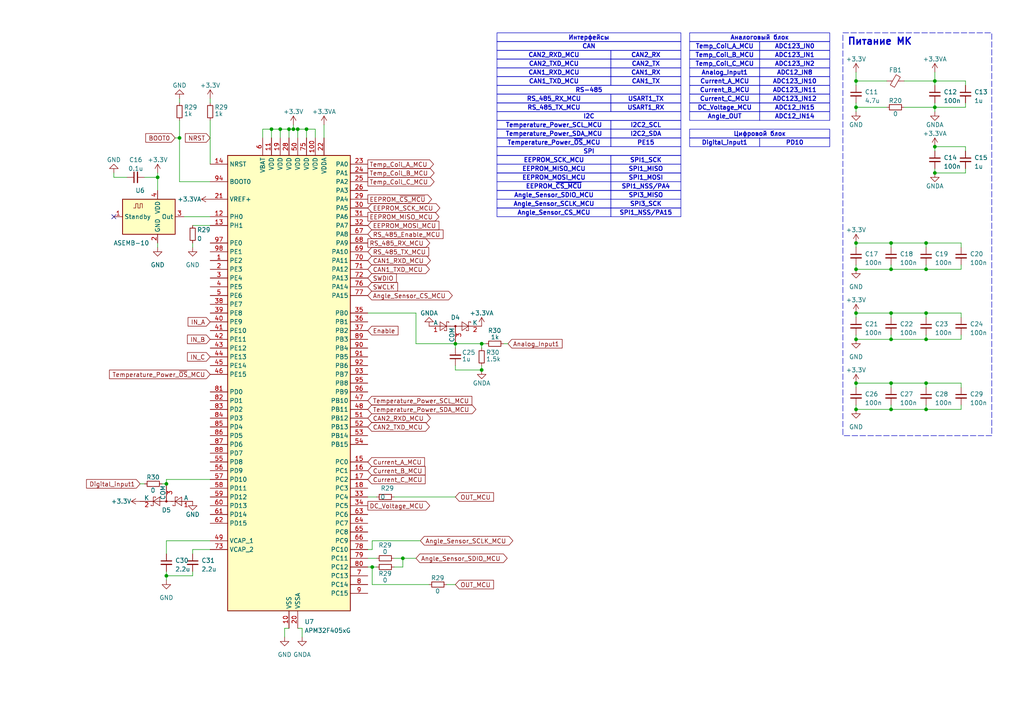
<source format=kicad_sch>
(kicad_sch (version 20230121) (generator eeschema)
  (paper "A4")
  (title_block (comment 1 "МПСТ.76721.758764.02.Э3.М"))
  (lib_symbols
    (symbol "Device:C_Small" (pin_numbers hide) (pin_names (offset 0.254) hide)
      (property "Reference" "C" (at 0.254 1.778 0))
      (property "Value" "C_Small" (at 0.254 -2.032 0))
      (symbol "C_Small_0_1"
        (polyline (pts (xy -1.524 -0.508) (xy 1.524 -0.508)) (stroke (width 0.3302)))
        (polyline (pts (xy -1.524 0.508) (xy 1.524 0.508)) (stroke (width 0.3048)))
      )
      (symbol "C_Small_1_1"
        (pin passive line (at 0 2.54 270) (length 2.032) (name "~") (number "1"))
        (pin passive line (at 0 -2.54 90) (length 2.032) (name "~") (number "2"))
      )
    )
    (symbol "Device:FerriteBead_Small" (pin_numbers hide) (pin_names (offset 0))
      (property "Reference" "FB" (at 1.905 1.27 0))
      (property "Value" "FerriteBead_Small" (at 1.905 -1.27 0))
      (symbol "FerriteBead_Small_0_1"
        (polyline (pts (xy 0 -1.27) (xy 0 -0.7874)))
        (polyline (pts (xy 0 0.889) (xy 0 1.2954)))
        (polyline (pts (xy -1.8288 0.2794) (xy -1.1176 1.4986) (xy 1.8288 -0.2032) (xy 1.1176 -1.4224) (xy -1.8288 0.2794)))
      )
      (symbol "FerriteBead_Small_1_1"
        (pin passive line (at 0 2.54 270) (length 1.27) (name "~") (number "1"))
        (pin passive line (at 0 -2.54 90) (length 1.27) (name "~") (number "2"))
      )
    )
    (symbol "Device:R_Small" (pin_numbers hide) (pin_names (offset 0.254) hide)
      (property "Reference" "R" (at 0.762 0.508 0))
      (property "Value" "R_Small" (at 0.762 -1.016 0))
      (symbol "R_Small_0_1"
        (rectangle (start -0.762 1.778) (end 0.762 -1.778) (stroke (width 0.2032)))
      )
      (symbol "R_Small_1_1"
        (pin passive line (at 0 2.54 270) (length 0.762) (name "~") (number "1"))
        (pin passive line (at 0 -2.54 90) (length 0.762) (name "~") (number "2"))
      )
    )
    (symbol "Diode:BAT54S" (pin_names (offset 0))
      (property "Reference" "D" (at 2.54 -5.08 0))
      (property "Value" "BAT54S" (at -6.35 3.175 0))
      (symbol "BAT54S_0_1"
        (polyline (pts (xy -3.81 0) (xy -1.27 0)))
        (polyline (pts (xy -3.175 -1.27) (xy -3.175 -1.016)))
        (polyline (pts (xy -2.54 -1.27) (xy -3.175 -1.27)))
        (polyline (pts (xy -2.54 -1.27) (xy -2.54 1.27)))
        (polyline (pts (xy -2.54 1.27) (xy -1.905 1.27)))
        (polyline (pts (xy -1.905 0) (xy 1.905 0)))
        (polyline (pts (xy -1.905 1.27) (xy -1.905 1.016)))
        (polyline (pts (xy 1.27 0) (xy 3.81 0)))
        (polyline (pts (xy 3.175 -1.27) (xy 3.175 -1.016)))
        (polyline (pts (xy 3.81 -1.27) (xy 3.175 -1.27)))
        (polyline (pts (xy 3.81 -1.27) (xy 3.81 1.27)))
        (polyline (pts (xy 3.81 1.27) (xy 4.445 1.27)))
        (polyline (pts (xy 4.445 1.27) (xy 4.445 1.016)))
        (polyline (pts (xy -4.445 1.27) (xy -4.445 -1.27) (xy -2.54 0) (xy -4.445 1.27)))
        (polyline (pts (xy 1.905 1.27) (xy 1.905 -1.27) (xy 3.81 0) (xy 1.905 1.27)))
        (circle (center 0 0) (radius 0.254) (fill (type outline)))
      )
      (symbol "BAT54S_1_1"
        (pin passive line (at -7.62 0 0) (length 3.81) (name "A") (number "1"))
        (pin passive line (at 7.62 0 180) (length 3.81) (name "K") (number "2"))
        (pin passive line (at 0 -5.08 90) (length 5.08) (name "COM") (number "3"))
      )
    )
    (symbol "MCU_ST_STM32F4:STM32F407VETx"
      (property "Reference" "U" (at -17.78 67.31 0))
      (property "Value" "STM32F407VETx" (at 12.7 67.31 0))
      (symbol "STM32F407VETx_0_1"
        (rectangle (start -17.78 -66.04) (end 17.78 66.04) (stroke (width 0.254)) (fill (type background)))
      )
      (symbol "STM32F407VETx_1_1"
        (pin bidirectional line (at -22.86 35.56 0) (length 5.08) (name "PE2") (number "1"))
        (pin power_in line (at 0 -71.12 90) (length 5.08) (name "VSS") (number "10"))
        (pin power_in line (at 7.62 71.12 270) (length 5.08) (name "VDD") (number "100"))
        (pin power_in line (at -5.08 71.12 270) (length 5.08) (name "VDD") (number "11"))
        (pin bidirectional line (at -22.86 48.26 0) (length 5.08) (name "PH0") (number "12"))
        (pin bidirectional line (at -22.86 45.72 0) (length 5.08) (name "PH1") (number "13"))
        (pin input line (at -22.86 63.5 0) (length 5.08) (name "NRST") (number "14"))
        (pin bidirectional line (at 22.86 -22.86 180) (length 5.08) (name "PC0") (number "15"))
        (pin bidirectional line (at 22.86 -25.4 180) (length 5.08) (name "PC1") (number "16"))
        (pin bidirectional line (at 22.86 -27.94 180) (length 5.08) (name "PC2") (number "17"))
        (pin bidirectional line (at 22.86 -30.48 180) (length 5.08) (name "PC3") (number "18"))
        (pin power_in line (at -2.54 71.12 270) (length 5.08) (name "VDD") (number "19"))
        (pin bidirectional line (at -22.86 33.02 0) (length 5.08) (name "PE3") (number "2"))
        (pin power_in line (at 2.54 -71.12 90) (length 5.08) (name "VSSA") (number "20"))
        (pin input line (at -22.86 53.34 0) (length 5.08) (name "VREF+") (number "21"))
        (pin power_in line (at 10.16 71.12 270) (length 5.08) (name "VDDA") (number "22"))
        (pin bidirectional line (at 22.86 63.5 180) (length 5.08) (name "PA0") (number "23"))
        (pin bidirectional line (at 22.86 60.96 180) (length 5.08) (name "PA1") (number "24"))
        (pin bidirectional line (at 22.86 58.42 180) (length 5.08) (name "PA2") (number "25"))
        (pin bidirectional line (at 22.86 55.88 180) (length 5.08) (name "PA3") (number "26"))
        (pin passive line (at 0 -71.12 90) (length 5.08) hide (name "VSS") (number "27"))
        (pin power_in line (at 0 71.12 270) (length 5.08) (name "VDD") (number "28"))
        (pin bidirectional line (at 22.86 53.34 180) (length 5.08) (name "PA4") (number "29"))
        (pin bidirectional line (at -22.86 30.48 0) (length 5.08) (name "PE4") (number "3"))
        (pin bidirectional line (at 22.86 50.8 180) (length 5.08) (name "PA5") (number "30"))
        (pin bidirectional line (at 22.86 48.26 180) (length 5.08) (name "PA6") (number "31"))
        (pin bidirectional line (at 22.86 45.72 180) (length 5.08) (name "PA7") (number "32"))
        (pin bidirectional line (at 22.86 -33.02 180) (length 5.08) (name "PC4") (number "33"))
        (pin bidirectional line (at 22.86 -35.56 180) (length 5.08) (name "PC5") (number "34"))
        (pin bidirectional line (at 22.86 20.32 180) (length 5.08) (name "PB0") (number "35"))
        (pin bidirectional line (at 22.86 17.78 180) (length 5.08) (name "PB1") (number "36"))
        (pin bidirectional line (at 22.86 15.24 180) (length 5.08) (name "PB2") (number "37"))
        (pin bidirectional line (at -22.86 22.86 0) (length 5.08) (name "PE7") (number "38"))
        (pin bidirectional line (at -22.86 20.32 0) (length 5.08) (name "PE8") (number "39"))
        (pin bidirectional line (at -22.86 27.94 0) (length 5.08) (name "PE5") (number "4"))
        (pin bidirectional line (at -22.86 17.78 0) (length 5.08) (name "PE9") (number "40"))
        (pin bidirectional line (at -22.86 15.24 0) (length 5.08) (name "PE10") (number "41"))
        (pin bidirectional line (at -22.86 12.7 0) (length 5.08) (name "PE11") (number "42"))
        (pin bidirectional line (at -22.86 10.16 0) (length 5.08) (name "PE12") (number "43"))
        (pin bidirectional line (at -22.86 7.62 0) (length 5.08) (name "PE13") (number "44"))
        (pin bidirectional line (at -22.86 5.08 0) (length 5.08) (name "PE14") (number "45"))
        (pin bidirectional line (at -22.86 2.54 0) (length 5.08) (name "PE15") (number "46"))
        (pin bidirectional line (at 22.86 -5.08 180) (length 5.08) (name "PB10") (number "47"))
        (pin bidirectional line (at 22.86 -7.62 180) (length 5.08) (name "PB11") (number "48"))
        (pin power_out line (at -22.86 -45.72 0) (length 5.08) (name "VCAP_1") (number "49"))
        (pin bidirectional line (at -22.86 25.4 0) (length 5.08) (name "PE6") (number "5"))
        (pin power_in line (at 2.54 71.12 270) (length 5.08) (name "VDD") (number "50"))
        (pin bidirectional line (at 22.86 -10.16 180) (length 5.08) (name "PB12") (number "51"))
        (pin bidirectional line (at 22.86 -12.7 180) (length 5.08) (name "PB13") (number "52"))
        (pin bidirectional line (at 22.86 -15.24 180) (length 5.08) (name "PB14") (number "53"))
        (pin bidirectional line (at 22.86 -17.78 180) (length 5.08) (name "PB15") (number "54"))
        (pin bidirectional line (at -22.86 -22.86 0) (length 5.08) (name "PD8") (number "55"))
        (pin bidirectional line (at -22.86 -25.4 0) (length 5.08) (name "PD9") (number "56"))
        (pin bidirectional line (at -22.86 -27.94 0) (length 5.08) (name "PD10") (number "57"))
        (pin bidirectional line (at -22.86 -30.48 0) (length 5.08) (name "PD11") (number "58"))
        (pin bidirectional line (at -22.86 -33.02 0) (length 5.08) (name "PD12") (number "59"))
        (pin power_in line (at -7.62 71.12 270) (length 5.08) (name "VBAT") (number "6"))
        (pin bidirectional line (at -22.86 -35.56 0) (length 5.08) (name "PD13") (number "60"))
        (pin bidirectional line (at -22.86 -38.1 0) (length 5.08) (name "PD14") (number "61"))
        (pin bidirectional line (at -22.86 -40.64 0) (length 5.08) (name "PD15") (number "62"))
        (pin bidirectional line (at 22.86 -38.1 180) (length 5.08) (name "PC6") (number "63"))
        (pin bidirectional line (at 22.86 -40.64 180) (length 5.08) (name "PC7") (number "64"))
        (pin bidirectional line (at 22.86 -43.18 180) (length 5.08) (name "PC8") (number "65"))
        (pin bidirectional line (at 22.86 -45.72 180) (length 5.08) (name "PC9") (number "66"))
        (pin bidirectional line (at 22.86 43.18 180) (length 5.08) (name "PA8") (number "67"))
        (pin bidirectional line (at 22.86 40.64 180) (length 5.08) (name "PA9") (number "68"))
        (pin bidirectional line (at 22.86 38.1 180) (length 5.08) (name "PA10") (number "69"))
        (pin bidirectional line (at 22.86 -55.88 180) (length 5.08) (name "PC13") (number "7"))
        (pin bidirectional line (at 22.86 35.56 180) (length 5.08) (name "PA11") (number "70"))
        (pin bidirectional line (at 22.86 33.02 180) (length 5.08) (name "PA12") (number "71"))
        (pin bidirectional line (at 22.86 30.48 180) (length 5.08) (name "PA13") (number "72"))
        (pin power_out line (at -22.86 -48.26 0) (length 5.08) (name "VCAP_2") (number "73"))
        (pin passive line (at 0 -71.12 90) (length 5.08) hide (name "VSS") (number "74"))
        (pin power_in line (at 5.08 71.12 270) (length 5.08) (name "VDD") (number "75"))
        (pin bidirectional line (at 22.86 27.94 180) (length 5.08) (name "PA14") (number "76"))
        (pin bidirectional line (at 22.86 25.4 180) (length 5.08) (name "PA15") (number "77"))
        (pin bidirectional line (at 22.86 -48.26 180) (length 5.08) (name "PC10") (number "78"))
        (pin bidirectional line (at 22.86 -50.8 180) (length 5.08) (name "PC11") (number "79"))
        (pin bidirectional line (at 22.86 -58.42 180) (length 5.08) (name "PC14") (number "8"))
        (pin bidirectional line (at 22.86 -53.34 180) (length 5.08) (name "PC12") (number "80"))
        (pin bidirectional line (at -22.86 -2.54 0) (length 5.08) (name "PD0") (number "81"))
        (pin bidirectional line (at -22.86 -5.08 0) (length 5.08) (name "PD1") (number "82"))
        (pin bidirectional line (at -22.86 -7.62 0) (length 5.08) (name "PD2") (number "83"))
        (pin bidirectional line (at -22.86 -10.16 0) (length 5.08) (name "PD3") (number "84"))
        (pin bidirectional line (at -22.86 -12.7 0) (length 5.08) (name "PD4") (number "85"))
        (pin bidirectional line (at -22.86 -15.24 0) (length 5.08) (name "PD5") (number "86"))
        (pin bidirectional line (at -22.86 -17.78 0) (length 5.08) (name "PD6") (number "87"))
        (pin bidirectional line (at -22.86 -20.32 0) (length 5.08) (name "PD7") (number "88"))
        (pin bidirectional line (at 22.86 12.7 180) (length 5.08) (name "PB3") (number "89"))
        (pin bidirectional line (at 22.86 -60.96 180) (length 5.08) (name "PC15") (number "9"))
        (pin bidirectional line (at 22.86 10.16 180) (length 5.08) (name "PB4") (number "90"))
        (pin bidirectional line (at 22.86 7.62 180) (length 5.08) (name "PB5") (number "91"))
        (pin bidirectional line (at 22.86 5.08 180) (length 5.08) (name "PB6") (number "92"))
        (pin bidirectional line (at 22.86 2.54 180) (length 5.08) (name "PB7") (number "93"))
        (pin input line (at -22.86 58.42 0) (length 5.08) (name "BOOT0") (number "94"))
        (pin bidirectional line (at 22.86 0 180) (length 5.08) (name "PB8") (number "95"))
        (pin bidirectional line (at 22.86 -2.54 180) (length 5.08) (name "PB9") (number "96"))
        (pin bidirectional line (at -22.86 40.64 0) (length 5.08) (name "PE0") (number "97"))
        (pin bidirectional line (at -22.86 38.1 0) (length 5.08) (name "PE1") (number "98"))
        (pin passive line (at 0 -71.12 90) (length 5.08) hide (name "VSS") (number "99"))
      )
    )
    (symbol "Oscillator:ASDMB-xxxMHz"
      (property "Reference" "U" (at -6.35 6.35 0))
      (property "Value" "ASDMB-xxxMHz" (at 11.43 6.35 0))
      (symbol "ASDMB-xxxMHz_1_1"
        (rectangle (start -7.62 5.08) (end 7.62 -5.08) (stroke (width 0.254)) (fill (type background)))
        (polyline (pts (xy -4.445 2.54) (xy -3.81 2.54) (xy -3.81 3.81) (xy -3.175 3.81) (xy -3.175 2.54) (xy -2.54 2.54) (xy -2.54 3.81) (xy -1.905 3.81) (xy -1.905 2.54)))
        (pin input line (at -10.16 0 0) (length 2.54) (name "Standby") (number "1"))
        (pin power_in line (at 2.54 -7.62 90) (length 2.54) (name "GND") (number "2"))
        (pin output line (at 10.16 0 180) (length 2.54) (name "Out") (number "3"))
        (pin power_in line (at 2.54 7.62 270) (length 2.54) (name "VDD") (number "4"))
      )
    )
    (symbol "power:+3.3V" (power) (pin_names (offset 0))
      (property "Value" "+3.3V" (at 0 3.556 0))
      (symbol "+3.3V_0_1"
        (polyline (pts (xy -0.762 1.27) (xy 0 2.54)))
        (polyline (pts (xy 0 0) (xy 0 2.54)))
        (polyline (pts (xy 0 2.54) (xy 0.762 1.27)))
      )
      (symbol "+3.3V_1_1"
        (pin power_in line (at 0 0 90) (length 0) hide (name "+3.3V") (number "1"))
      )
    )
    (symbol "power:+3.3VA" (power) (pin_names (offset 0))
      (property "Value" "+3.3VA" (at 0 3.556 0))
      (symbol "+3.3VA_0_1"
        (polyline (pts (xy -0.762 1.27) (xy 0 2.54)))
        (polyline (pts (xy 0 0) (xy 0 2.54)))
        (polyline (pts (xy 0 2.54) (xy 0.762 1.27)))
      )
      (symbol "+3.3VA_1_1"
        (pin power_in line (at 0 0 90) (length 0) hide (name "+3.3VA") (number "1"))
      )
    )
    (symbol "power:GND" (power) (pin_names (offset 0))
      (property "Value" "GND" (at 0 -3.81 0))
      (symbol "GND_0_1"
        (polyline (pts (xy 0 0) (xy 0 -1.27) (xy 1.27 -1.27) (xy 0 -2.54) (xy -1.27 -1.27) (xy 0 -1.27)))
      )
      (symbol "GND_1_1"
        (pin power_in line (at 0 0 270) (length 0) hide (name "GND") (number "1"))
      )
    )
    (symbol "power:GNDA" (power) (pin_names (offset 0))
      (property "Value" "GNDA" (at 0 -3.81 0))
      (symbol "GNDA_0_1"
        (polyline (pts (xy 0 0) (xy 0 -1.27) (xy 1.27 -1.27) (xy 0 -2.54) (xy -1.27 -1.27) (xy 0 -1.27)))
      )
      (symbol "GNDA_1_1"
        (pin power_in line (at 0 0 270) (length 0) hide (name "GNDA") (number "1"))
      )
    )
  )
  (junction (at 139.7 99.695))
  (junction (at 248.285 78.105))
  (junction (at 86.36 37.465))
  (junction (at 48.26 140.335))
  (junction (at 248.285 118.745))
  (junction (at 83.82 37.465))
  (junction (at 48.26 167.005))
  (junction (at 258.445 98.425))
  (junction (at 132.08 99.695))
  (junction (at 268.605 90.805))
  (junction (at 258.445 70.485))
  (junction (at 139.7 107.315))
  (junction (at 268.605 78.105))
  (junction (at 78.74 37.465))
  (junction (at 248.285 98.425))
  (junction (at 248.285 111.125))
  (junction (at 271.145 31.115))
  (junction (at 268.605 98.425))
  (junction (at 107.95 164.465))
  (junction (at 52.07 40.005))
  (junction (at 258.445 118.745))
  (junction (at 258.445 78.105))
  (junction (at 81.28 37.465))
  (junction (at 268.605 70.485))
  (junction (at 268.605 118.745))
  (junction (at 248.285 31.115))
  (junction (at 271.145 42.545))
  (junction (at 85.09 37.465))
  (junction (at 258.445 111.125))
  (junction (at 248.285 90.805))
  (junction (at 271.145 23.495))
  (junction (at 88.9 37.465))
  (junction (at 271.145 50.165))
  (junction (at 268.605 111.125))
  (junction (at 258.445 90.805))
  (junction (at 248.285 23.495))
  (junction (at 248.285 70.485))
  (junction (at 45.72 51.435))
  (junction (at 116.84 161.925))
  (no_connect (at 33.02 62.865))
  (wire (pts (xy 106.68 90.805) (xy 120.65 90.805)))
  (wire (pts (xy 52.07 52.705) (xy 60.96 52.705)))
  (wire (pts (xy 248.285 31.115) (xy 257.175 31.115)))
  (wire (pts (xy 248.285 70.485) (xy 258.445 70.485)))
  (wire (pts (xy 268.605 97.155) (xy 268.605 98.425)))
  (wire (pts (xy 278.765 71.755) (xy 278.765 70.485)))
  (wire (pts (xy 87.63 182.245) (xy 87.63 184.785)))
  (wire (pts (xy 278.765 111.125) (xy 268.605 111.125)))
  (wire (pts (xy 280.035 31.115) (xy 271.145 31.115)))
  (wire (pts (xy 53.34 62.865) (xy 60.96 62.865)))
  (wire (pts (xy 107.95 156.845) (xy 107.95 159.385)))
  (wire (pts (xy 86.36 37.465) (xy 88.9 37.465)))
  (wire (pts (xy 88.9 37.465) (xy 91.44 37.465)))
  (wire (pts (xy 52.07 34.925) (xy 52.07 40.005)))
  (wire (pts (xy 248.285 117.475) (xy 248.285 118.745)))
  (wire (pts (xy 132.08 100.965) (xy 132.08 99.695)))
  (wire (pts (xy 82.55 182.245) (xy 82.55 184.785)))
  (wire (pts (xy 45.72 51.435) (xy 45.72 55.245)))
  (wire (pts (xy 258.445 70.485) (xy 258.445 71.755)))
  (wire (pts (xy 139.7 106.045) (xy 139.7 107.315)))
  (wire (pts (xy 268.605 71.755) (xy 268.605 70.485)))
  (wire (pts (xy 248.285 111.125) (xy 258.445 111.125)))
  (wire (pts (xy 258.445 111.125) (xy 258.445 112.395)))
  (wire (pts (xy 280.035 48.895) (xy 280.035 50.165)))
  (wire (pts (xy 45.72 71.755) (xy 45.72 70.485)))
  (wire (pts (xy 107.95 169.545) (xy 124.46 169.545)))
  (wire (pts (xy 120.65 90.805) (xy 120.65 99.695)))
  (wire (pts (xy 88.9 37.465) (xy 88.9 40.005)))
  (wire (pts (xy 271.145 20.955) (xy 271.145 23.495)))
  (wire (pts (xy 91.44 37.465) (xy 91.44 40.005)))
  (wire (pts (xy 258.445 118.745) (xy 248.285 118.745)))
  (wire (pts (xy 55.88 167.005) (xy 48.26 167.005)))
  (wire (pts (xy 41.91 51.435) (xy 45.72 51.435)))
  (wire (pts (xy 132.08 99.695) (xy 139.7 99.695)))
  (wire (pts (xy 140.97 99.695) (xy 139.7 99.695)))
  (wire (pts (xy 93.98 36.195) (xy 93.98 40.005)))
  (wire (pts (xy 52.07 40.005) (xy 52.07 52.705)))
  (wire (pts (xy 258.445 97.155) (xy 258.445 98.425)))
  (wire (pts (xy 268.605 76.835) (xy 268.605 78.105)))
  (wire (pts (xy 85.09 36.195) (xy 85.09 37.465)))
  (wire (pts (xy 82.55 182.245) (xy 83.82 182.245)))
  (wire (pts (xy 33.02 51.435) (xy 36.83 51.435)))
  (wire (pts (xy 107.95 164.465) (xy 109.22 164.465)))
  (wire (pts (xy 81.28 37.465) (xy 83.82 37.465)))
  (wire (pts (xy 48.26 165.735) (xy 48.26 167.005)))
  (wire (pts (xy 83.82 37.465) (xy 83.82 40.005)))
  (wire (pts (xy 78.74 37.465) (xy 78.74 40.005)))
  (wire (pts (xy 60.96 34.925) (xy 60.96 47.625)))
  (wire (pts (xy 121.92 156.845) (xy 107.95 156.845)))
  (wire (pts (xy 280.035 29.845) (xy 280.035 31.115)))
  (wire (pts (xy 55.88 165.735) (xy 55.88 167.005)))
  (wire (pts (xy 81.28 37.465) (xy 81.28 40.005)))
  (wire (pts (xy 278.765 70.485) (xy 268.605 70.485)))
  (wire (pts (xy 258.445 90.805) (xy 258.445 92.075)))
  (wire (pts (xy 85.09 37.465) (xy 86.36 37.465)))
  (wire (pts (xy 248.285 90.805) (xy 258.445 90.805)))
  (wire (pts (xy 76.2 37.465) (xy 78.74 37.465)))
  (wire (pts (xy 146.05 99.695) (xy 147.32 99.695)))
  (wire (pts (xy 248.285 23.495) (xy 257.175 23.495)))
  (wire (pts (xy 271.145 42.545) (xy 271.145 43.815)))
  (wire (pts (xy 278.765 118.745) (xy 268.605 118.745)))
  (wire (pts (xy 278.765 78.105) (xy 268.605 78.105)))
  (wire (pts (xy 60.96 28.575) (xy 60.96 29.845)))
  (wire (pts (xy 48.26 139.065) (xy 60.96 139.065)))
  (wire (pts (xy 76.2 37.465) (xy 76.2 40.005)))
  (wire (pts (xy 271.145 32.385) (xy 271.145 31.115)))
  (wire (pts (xy 78.74 37.465) (xy 81.28 37.465)))
  (wire (pts (xy 106.68 164.465) (xy 107.95 164.465)))
  (wire (pts (xy 268.605 112.395) (xy 268.605 111.125)))
  (wire (pts (xy 258.445 98.425) (xy 248.285 98.425)))
  (wire (pts (xy 106.68 161.925) (xy 109.22 161.925)))
  (wire (pts (xy 271.145 29.845) (xy 271.145 31.115)))
  (wire (pts (xy 60.96 65.405) (xy 55.88 65.405)))
  (wire (pts (xy 258.445 76.835) (xy 258.445 78.105)))
  (wire (pts (xy 271.145 23.495) (xy 271.145 24.765)))
  (wire (pts (xy 271.145 48.895) (xy 271.145 50.165)))
  (wire (pts (xy 33.02 50.165) (xy 33.02 51.435)))
  (wire (pts (xy 278.765 92.075) (xy 278.765 90.805)))
  (wire (pts (xy 278.765 76.835) (xy 278.765 78.105)))
  (wire (pts (xy 248.285 20.955) (xy 248.285 23.495)))
  (wire (pts (xy 46.99 140.335) (xy 48.26 140.335)))
  (wire (pts (xy 280.035 43.815) (xy 280.035 42.545)))
  (wire (pts (xy 83.82 37.465) (xy 85.09 37.465)))
  (wire (pts (xy 268.605 78.105) (xy 258.445 78.105)))
  (wire (pts (xy 55.88 70.485) (xy 55.88 71.755)))
  (wire (pts (xy 278.765 97.155) (xy 278.765 98.425)))
  (wire (pts (xy 120.65 99.695) (xy 132.08 99.695)))
  (wire (pts (xy 248.285 76.835) (xy 248.285 78.105)))
  (wire (pts (xy 248.285 111.125) (xy 248.285 112.395)))
  (wire (pts (xy 280.035 23.495) (xy 271.145 23.495)))
  (wire (pts (xy 107.95 159.385) (xy 106.68 159.385)))
  (wire (pts (xy 268.605 118.745) (xy 258.445 118.745)))
  (wire (pts (xy 129.54 169.545) (xy 132.08 169.545)))
  (wire (pts (xy 60.96 159.385) (xy 55.88 159.385)))
  (wire (pts (xy 280.035 42.545) (xy 271.145 42.545)))
  (wire (pts (xy 248.285 32.385) (xy 248.285 31.115)))
  (wire (pts (xy 55.88 159.385) (xy 55.88 160.655)))
  (wire (pts (xy 107.95 164.465) (xy 107.95 169.545)))
  (wire (pts (xy 106.68 144.145) (xy 109.22 144.145)))
  (wire (pts (xy 116.84 161.925) (xy 120.65 161.925)))
  (wire (pts (xy 268.605 117.475) (xy 268.605 118.745)))
  (wire (pts (xy 40.64 140.335) (xy 41.91 140.335)))
  (wire (pts (xy 280.035 50.165) (xy 271.145 50.165)))
  (wire (pts (xy 132.08 107.315) (xy 139.7 107.315)))
  (wire (pts (xy 248.285 23.495) (xy 248.285 24.765)))
  (wire (pts (xy 48.26 140.335) (xy 48.26 139.065)))
  (wire (pts (xy 258.445 111.125) (xy 268.605 111.125)))
  (wire (pts (xy 86.36 182.245) (xy 87.63 182.245)))
  (wire (pts (xy 258.445 78.105) (xy 248.285 78.105)))
  (wire (pts (xy 114.3 164.465) (xy 116.84 164.465)))
  (wire (pts (xy 278.765 90.805) (xy 268.605 90.805)))
  (wire (pts (xy 132.08 106.045) (xy 132.08 107.315)))
  (wire (pts (xy 248.285 90.805) (xy 248.285 92.075)))
  (wire (pts (xy 86.36 37.465) (xy 86.36 40.005)))
  (wire (pts (xy 52.07 28.575) (xy 52.07 29.845)))
  (wire (pts (xy 268.605 98.425) (xy 258.445 98.425)))
  (wire (pts (xy 48.26 160.655) (xy 48.26 156.845)))
  (wire (pts (xy 248.285 97.155) (xy 248.285 98.425)))
  (wire (pts (xy 48.26 167.005) (xy 48.26 168.275)))
  (wire (pts (xy 262.255 23.495) (xy 271.145 23.495)))
  (wire (pts (xy 248.285 70.485) (xy 248.285 71.755)))
  (wire (pts (xy 258.445 90.805) (xy 268.605 90.805)))
  (wire (pts (xy 278.765 98.425) (xy 268.605 98.425)))
  (wire (pts (xy 116.84 164.465) (xy 116.84 161.925)))
  (wire (pts (xy 278.765 112.395) (xy 278.765 111.125)))
  (wire (pts (xy 258.445 70.485) (xy 268.605 70.485)))
  (wire (pts (xy 262.255 31.115) (xy 271.145 31.115)))
  (wire (pts (xy 280.035 24.765) (xy 280.035 23.495)))
  (wire (pts (xy 278.765 117.475) (xy 278.765 118.745)))
  (wire (pts (xy 45.72 50.165) (xy 45.72 51.435)))
  (wire (pts (xy 258.445 117.475) (xy 258.445 118.745)))
  (wire (pts (xy 248.285 29.845) (xy 248.285 31.115)))
  (wire (pts (xy 139.7 99.695) (xy 139.7 100.965)))
  (wire (pts (xy 114.3 161.925) (xy 116.84 161.925)))
  (wire (pts (xy 268.605 92.075) (xy 268.605 90.805)))
  (wire (pts (xy 50.8 40.005) (xy 52.07 40.005)))
  (wire (pts (xy 114.3 144.145) (xy 132.08 144.145)))
  (wire (pts (xy 48.26 156.845) (xy 60.96 156.845)))
  (rectangle (start 244.475 9.525) (end 287.655 126.365) (stroke (width 0) (type dash)))
  (text_box "EEPROM_MOSI_MCU" (at 144.145 50.165 0) (size 33.02 2.54) (effects (font (size 1.27 1.27) bold)))
  (text_box "CAN2_TXD_MCU" (at 144.145 17.145 0) (size 33.02 2.54) (effects (font (size 1.27 1.27) bold)))
  (text_box "SPI1_MOSI" (at 177.165 50.165 0) (size 20.32 2.54) (effects (font (size 1.27 1.27) bold)))
  (text_box "Angle_OUT" (at 200.025 32.385 0) (size 20.32 2.54) (effects (font (size 1.27 1.27) bold)))
  (text_box "ADC123_IN0" (at 220.345 12.065 0) (size 20.32 2.54) (effects (font (size 1.27 1.27) bold)))
  (text_box "USART1_RX" (at 177.165 29.845 0) (size 20.32 2.54) (effects (font (size 1.27 1.27) bold)))
  (text_box "ADC12_IN15" (at 220.345 29.845 0) (size 20.32 2.54) (effects (font (size 1.27 1.27) bold)))
  (text_box "Angle_Sensor_CS_MCU" (at 144.145 60.325 0) (size 33.02 2.54) (effects (font (size 1.27 1.27) bold)))
  (text_box "CAN1_RXD_MCU" (at 144.145 19.685 0) (size 33.02 2.54) (effects (font (size 1.27 1.27) bold)))
  (text_box "SPI1_MISO" (at 177.165 47.625 0) (size 20.32 2.54) (effects (font (size 1.27 1.27) bold)))
  (text_box "CAN1_TX" (at 177.165 22.225 0) (size 20.32 2.54) (effects (font (size 1.27 1.27) bold)))
  (text_box "Temperature_Power_SCL_MCU" (at 144.145 34.925 0) (size 33.02 2.54) (effects (font (size 1.27 1.27) bold)))
  (text_box "SPI1_NSS/PA4" (at 177.165 52.705 0) (size 20.32 2.54) (effects (font (size 1.27 1.27) bold)))
  (text_box "DC_Voltage_MCU" (at 200.025 29.845 0) (size 20.32 2.54) (effects (font (size 1.27 1.27) bold)))
  (text_box "ADC123_IN10" (at 220.345 22.225 0) (size 20.32 2.54) (effects (font (size 1.27 1.27) bold)))
  (text_box "EEPROM_~{CS_MCU}" (at 144.145 52.705 0) (size 33.02 2.54) (effects (font (size 1.27 1.27) bold)))
  (text_box "ADC123_IN2" (at 220.345 17.145 0) (size 20.32 2.54) (effects (font (size 1.27 1.27) bold)))
  (text_box "RS_485_RX_MCU" (at 144.145 27.305 0) (size 33.02 2.54) (effects (font (size 1.27 1.27) bold)))
  (text_box "Digital_input1" (at 200.025 40.005 0) (size 20.32 2.54) (effects (font (size 1.27 1.27) bold)))
  (text_box "ADC12_IN8" (at 220.345 19.685 0) (size 20.32 2.54) (effects (font (size 1.27 1.27) bold)))
  (text_box "Current_C_MCU" (at 200.025 27.305 0) (size 20.32 2.54) (effects (font (size 1.27 1.27) bold)))
  (text_box "CAN1_TXD_MCU" (at 144.145 22.225 0) (size 33.02 2.54) (effects (font (size 1.27 1.27) bold)))
  (text_box "Temp_Coil_C_MCU" (at 200.025 17.145 0) (size 20.32 2.54) (effects (font (size 1.27 1.27) bold)))
  (text_box "EEPROM_MISO_MCU" (at 144.145 47.625 0) (size 33.02 2.54) (effects (font (size 1.27 1.27) bold)))
  (text_box "Angle_Sensor_SDIO_MCU" (at 144.145 55.245 0) (size 33.02 2.54) (effects (font (size 1.27 1.27) bold)))
  (text_box "Temperature_Power_SDA_MCU" (at 144.145 37.465 0) (size 33.02 2.54) (effects (font (size 1.27 1.27) bold)))
  (text_box "SPI3_MISO" (at 177.165 55.245 0) (size 20.32 2.54) (effects (font (size 1.27 1.27) bold)))
  (text_box "Temp_Coil_B_MCU" (at 200.025 14.605 0) (size 20.32 2.54) (effects (font (size 1.27 1.27) bold)))
  (text_box "Цифровой блок" (at 200.025 37.465 0) (size 40.64 2.54) (effects (font (size 1.27 1.27) bold)))
  (text_box "SPI1_NSS/PA15" (at 177.165 60.325 0) (size 20.32 2.54) (effects (font (size 1.27 1.27) bold)))
  (text_box "I2C2_SDA" (at 177.165 37.465 0) (size 20.32 2.54) (effects (font (size 1.27 1.27) bold)))
  (text_box "ADC12_IN14" (at 220.345 32.385 0) (size 20.32 2.54) (effects (font (size 1.27 1.27) bold)))
  (text_box "Current_A_MCU" (at 200.025 22.225 0) (size 20.32 2.54) (effects (font (size 1.27 1.27) bold)))
  (text_box "I2C2_SCL" (at 177.165 34.925 0) (size 20.32 2.54) (effects (font (size 1.27 1.27) bold)))
  (text_box "CAN" (at 144.145 12.065 0) (size 53.34 2.54) (effects (font (size 1.27 1.27) bold)))
  (text_box "ADC123_IN11" (at 220.345 24.765 0) (size 20.32 2.54) (effects (font (size 1.27 1.27) bold)))
  (text_box "SPI3_SCK" (at 177.165 57.785 0) (size 20.32 2.54) (effects (font (size 1.27 1.27) bold)))
  (text_box "Temp_Coil_A_MCU" (at 200.025 12.065 0) (size 20.32 2.54) (effects (font (size 1.27 1.27) bold)))
  (text_box "ADC123_IN12" (at 220.345 27.305 0) (size 20.32 2.54) (effects (font (size 1.27 1.27) bold)))
  (text_box "PE15" (at 177.165 40.005 0) (size 20.32 2.54) (effects (font (size 1.27 1.27) bold)))
  (text_box "Analog_Input1" (at 200.025 19.685 0) (size 20.32 2.54) (effects (font (size 1.27 1.27) bold)))
  (text_box "Аналоговый блок" (at 200.025 9.525 0) (size 40.64 2.54) (effects (font (size 1.27 1.27) bold)))
  (text_box "SPI1_SCK" (at 177.165 45.085 0) (size 20.32 2.54) (effects (font (size 1.27 1.27) bold)))
  (text_box "RS-485" (at 144.145 24.765 0) (size 53.34 2.54) (effects (font (size 1.27 1.27) bold)))
  (text_box "USART1_TX" (at 177.165 27.305 0) (size 20.32 2.54) (effects (font (size 1.27 1.27) bold)))
  (text_box "EEPROM_SCK_MCU" (at 144.145 45.085 0) (size 33.02 2.54) (effects (font (size 1.27 1.27) bold)))
  (text_box "SPI" (at 144.145 42.545 0) (size 53.34 2.54) (effects (font (size 1.27 1.27) bold)))
  (text_box "CAN2_TX" (at 177.165 17.145 0) (size 20.32 2.54) (effects (font (size 1.27 1.27) bold)))
  (text_box "Temperature_Power_~{OS}_MCU" (at 144.145 40.005 0) (size 33.02 2.54) (effects (font (size 1.27 1.27) bold)))
  (text_box "RS_485_TX_MCU" (at 144.145 29.845 0) (size 33.02 2.54) (effects (font (size 1.27 1.27) bold)))
  (text_box "PD10" (at 220.345 40.005 0) (size 20.32 2.54) (effects (font (size 1.27 1.27) bold)))
  (text_box "Current_B_MCU" (at 200.025 24.765 0) (size 20.32 2.54) (effects (font (size 1.27 1.27) bold)))
  (text_box "Angle_Sensor_SCLK_MCU" (at 144.145 57.785 0) (size 33.02 2.54) (effects (font (size 1.27 1.27) bold)))
  (text_box "I2C" (at 144.145 32.385 0) (size 53.34 2.54) (effects (font (size 1.27 1.27) bold)))
  (text_box "CAN2_RX" (at 177.165 14.605 0) (size 20.32 2.54) (effects (font (size 1.27 1.27) bold)))
  (text_box "CAN1_RX" (at 177.165 19.685 0) (size 20.32 2.54) (effects (font (size 1.27 1.27) bold)))
  (text_box "CAN2_RXD_MCU" (at 144.145 14.605 0) (size 33.02 2.54) (effects (font (size 1.27 1.27) bold)))
  (text_box "ADC123_IN1" (at 220.345 14.605 0) (size 20.32 2.54) (effects (font (size 1.27 1.27) bold)))
  (text_box "Интерфейсы" (at 144.145 9.525 0) (size 53.34 2.54) (effects (font (size 1.27 1.27) bold)))
  (text "Питание МК" (at 245.745 13.335 0) (effects (font (size 2 2) (thickness 0.4) bold) (justify left bottom)))
  (global_label "Digital_input1" (shape input) (at 40.64 140.335 180) (property "Intersheetrefs" "${INTERSHEET_REFS}" (effects hide)))
  (global_label "Temp_Coil_C_MCU" (shape output) (at 106.68 52.705 0) (property "Intersheetrefs" "${INTERSHEET_REFS}" (effects hide)))
  (global_label "EEPROM_MOSI_MCU" (shape input) (at 106.68 65.405 0) (property "Intersheetrefs" "${INTERSHEET_REFS}" (effects hide)))
  (global_label "Angle_Sensor_SDIO_MCU" (shape bidirectional) (at 120.65 161.925 0) (property "Intersheetrefs" "${INTERSHEET_REFS}" (effects hide)))
  (global_label "EEPROM_MISO_MCU" (shape output) (at 106.68 62.865 0) (property "Intersheetrefs" "${INTERSHEET_REFS}" (effects hide)))
  (global_label "OUT_MCU" (shape input) (at 132.08 169.545 0) (property "Intersheetrefs" "${INTERSHEET_REFS}" (effects hide)))
  (global_label "Angle_Sensor_SCLK_MCU" (shape bidirectional) (at 121.92 156.845 0) (property "Intersheetrefs" "${INTERSHEET_REFS}" (effects hide)))
  (global_label "CAN1_TXD_MCU" (shape bidirectional) (at 106.68 78.105 0) (property "Intersheetrefs" "${INTERSHEET_REFS}" (effects hide)))
  (global_label "RS_485_Enable_MCU" (shape input) (at 106.68 67.945 0) (property "Intersheetrefs" "${INTERSHEET_REFS}" (effects hide)))
  (global_label "IN_B" (shape input) (at 60.96 98.425 180) (property "Intersheetrefs" "${INTERSHEET_REFS}" (effects hide)))
  (global_label "BOOT0" (shape input) (at 50.8 40.005 180) (property "Intersheetrefs" "${INTERSHEET_REFS}" (effects hide)))
  (global_label "OUT_MCU" (shape input) (at 132.08 144.145 0) (property "Intersheetrefs" "${INTERSHEET_REFS}" (effects hide)))
  (global_label "Temp_Coil_B_MCU" (shape output) (at 106.68 50.165 0) (property "Intersheetrefs" "${INTERSHEET_REFS}" (effects hide)))
  (global_label "Current_A_MCU" (shape input) (at 106.68 133.985 0) (property "Intersheetrefs" "${INTERSHEET_REFS}" (effects hide)))
  (global_label "EEPROM_~{CS_MCU}" (shape output) (at 106.68 57.785 0) (property "Intersheetrefs" "${INTERSHEET_REFS}" (effects hide)))
  (global_label "Temperature_Power_SDA_MCU" (shape bidirectional) (at 106.68 118.745 0) (property "Intersheetrefs" "${INTERSHEET_REFS}" (effects hide)))
  (global_label "RS_485_RX_MCU" (shape output) (at 106.68 70.485 0) (property "Intersheetrefs" "${INTERSHEET_REFS}" (effects hide)))
  (global_label "Temperature_Power_~{OS}_MCU" (shape input) (at 60.96 108.585 180) (property "Intersheetrefs" "${INTERSHEET_REFS}" (effects hide)))
  (global_label "IN_C" (shape input) (at 60.96 103.505 180) (property "Intersheetrefs" "${INTERSHEET_REFS}" (effects hide)))
  (global_label "Current_B_MCU" (shape input) (at 106.68 136.525 0) (property "Intersheetrefs" "${INTERSHEET_REFS}" (effects hide)))
  (global_label "SWDIO" (shape input) (at 106.68 80.645 0) (property "Intersheetrefs" "${INTERSHEET_REFS}" (effects hide)))
  (global_label "Angle_Sensor_CS_MCU" (shape bidirectional) (at 106.68 85.725 0) (property "Intersheetrefs" "${INTERSHEET_REFS}" (effects hide)))
  (global_label "Temperature_Power_SCL_MCU" (shape input) (at 106.68 116.205 0) (property "Intersheetrefs" "${INTERSHEET_REFS}" (effects hide)))
  (global_label "RS_485_TX_MCU" (shape input) (at 106.68 73.025 0) (property "Intersheetrefs" "${INTERSHEET_REFS}" (effects hide)))
  (global_label "IN_A" (shape input) (at 60.96 93.345 180) (property "Intersheetrefs" "${INTERSHEET_REFS}" (effects hide)))
  (global_label "CAN1_RXD_MCU" (shape bidirectional) (at 106.68 75.565 0) (property "Intersheetrefs" "${INTERSHEET_REFS}" (effects hide)))
  (global_label "CAN2_TXD_MCU" (shape bidirectional) (at 106.68 123.825 0) (property "Intersheetrefs" "${INTERSHEET_REFS}" (effects hide)))
  (global_label "EEPROM_SCK_MCU" (shape bidirectional) (at 106.68 60.325 0) (property "Intersheetrefs" "${INTERSHEET_REFS}" (effects hide)))
  (global_label "SWCLK" (shape input) (at 106.68 83.185 0) (property "Intersheetrefs" "${INTERSHEET_REFS}" (effects hide)))
  (global_label "Temp_Coil_A_MCU" (shape output) (at 106.68 47.625 0) (property "Intersheetrefs" "${INTERSHEET_REFS}" (effects hide)))
  (global_label "Current_C_MCU" (shape input) (at 106.68 139.065 0) (property "Intersheetrefs" "${INTERSHEET_REFS}" (effects hide)))
  (global_label "CAN2_RXD_MCU" (shape bidirectional) (at 106.68 121.285 0) (property "Intersheetrefs" "${INTERSHEET_REFS}" (effects hide)))
  (global_label "DC_Voltage_MCU" (shape output) (at 106.68 146.685 0) (property "Intersheetrefs" "${INTERSHEET_REFS}" (effects hide)))
  (global_label "NRST" (shape input) (at 60.96 40.005 180) (property "Intersheetrefs" "${INTERSHEET_REFS}" (effects hide)))
  (global_label "Analog_Input1" (shape input) (at 147.32 99.695 0) (property "Intersheetrefs" "${INTERSHEET_REFS}" (effects hide)))
  (global_label "Enable" (shape input) (at 106.68 95.885 0) (property "Intersheetrefs" "${INTERSHEET_REFS}" (effects hide)))
  (symbol (lib_id "Device:C_Small") (at 278.765 74.295 0) (unit 1)
    (property "Reference" "C20" (at 281.305 73.6663 0) (effects (justify left)))
    (property "Value" "100n" (at 281.305 76.2063 0) (effects (justify left)))
    (property "Footprint" "Capacitor_SMD:C_0603_1608Metric_Pad1.08x0.95mm_HandSolder" (effects hide))
  )
  (symbol (lib_id "Device:R_Small") (at 60.96 32.385 0) (unit 1)
    (property "Reference" "R29" (at 62.23 31.115 0) (effects (justify left)))
    (property "Value" "1k" (at 62.23 33.02 0) (effects (justify left)))
    (property "Footprint" "Resistor_SMD:R_0603_1608Metric_Pad0.98x0.95mm_HandSolder" (effects hide))
    (instances (project "Плата управления" (path "" (reference "R29") (unit 1)) (path "" (reference "R17") (unit 1)) (path "" (reference "R22") (unit 1))) (project "Силовая плата" (path "" (reference "R5") (unit 1))))
  )
  (symbol (lib_id "Device:R_Small") (at 111.76 164.465 90) (unit 1)
    (property "Reference" "R29" (at 113.665 166.37 90) (effects (justify left)))
    (property "Value" "0" (at 112.395 168.275 90) (effects (justify left)))
    (property "Footprint" "Resistor_SMD:R_0603_1608Metric_Pad0.98x0.95mm_HandSolder" (effects hide))
    (instances (project "Плата управления" (path "" (reference "R29") (unit 1)) (path "" (reference "R17") (unit 1)) (path "" (reference "R29") (unit 1))) (project "Силовая плата" (path "" (reference "R5") (unit 1))))
  )
  (symbol (lib_id "Device:FerriteBead_Small") (at 259.715 23.495 90) (unit 1)
    (property "Reference" "FB1" (at 259.715 20.32 90))
    (property "Value" "BLM18KG102SH1D" (effects hide))
    (property "Footprint" "Inductor_SMD:L_0603_1608Metric_Pad1.05x0.95mm_HandSolder" (effects hide))
  )
  (symbol (lib_id "Device:C_Small") (at 278.765 94.615 0) (unit 1)
    (property "Reference" "C24" (at 281.305 93.9863 0) (effects (justify left)))
    (property "Value" "100n" (at 281.305 96.5263 0) (effects (justify left)))
    (property "Footprint" "Capacitor_SMD:C_0603_1608Metric_Pad1.08x0.95mm_HandSolder" (effects hide))
  )
  (symbol (lib_id "power:GNDA") (at 124.46 94.615 180) (unit 1)
    (property "Reference" "#PWR060" (effects hide))
    (property "Value" "GNDA" (at 124.46 90.805 0))
  )
  (symbol (lib_id "Device:C_Small") (at 132.08 103.505 180) (unit 1)
    (property "Reference" "C25" (at 133.985 102.235 0) (effects (justify right)))
    (property "Value" "1u" (at 133.985 104.14 0) (effects (justify right)))
    (property "Footprint" "Capacitor_SMD:C_0603_1608Metric_Pad1.08x0.95mm_HandSolder" (effects hide))
  )
  (symbol (lib_id "power:GNDA") (at 87.63 184.785 0) (unit 1)
    (property "Reference" "#PWR070" (effects hide))
    (property "Value" "GNDA" (at 87.63 189.865 0))
  )
  (symbol (lib_id "power:+3.3V") (at 248.285 70.485 0) (unit 1)
    (property "Reference" "#PWR055" (effects hide))
    (property "Value" "+3.3V" (at 248.285 66.675 0))
  )
  (symbol (lib_id "power:+3.3V") (at 248.285 90.805 0) (unit 1)
    (property "Reference" "#PWR059" (effects hide))
    (property "Value" "+3.3V" (at 248.285 86.995 0))
  )
  (symbol (lib_id "Device:R_Small") (at 55.88 67.945 0) (unit 1)
    (property "Reference" "R29" (at 57.15 66.675 0) (effects (justify left)))
    (property "Value" "0" (at 57.15 69.215 0) (effects (justify left)))
    (property "Footprint" "Resistor_SMD:R_0603_1608Metric_Pad0.98x0.95mm_HandSolder" (effects hide))
    (instances (project "Плата управления" (path "" (reference "R29") (unit 1)) (path "" (reference "R17") (unit 1)) (path "" (reference "R23") (unit 1))) (project "Силовая плата" (path "" (reference "R5") (unit 1))))
  )
  (symbol (lib_id "Device:C_Small") (at 280.035 46.355 0) (unit 1)
    (property "Reference" "C15" (at 282.575 45.7263 0) (effects (justify left)))
    (property "Value" "1u" (at 282.575 48.2663 0) (effects (justify left)))
    (property "Footprint" "Capacitor_SMD:C_0603_1608Metric_Pad1.08x0.95mm_HandSolder" (effects hide))
  )
  (symbol (lib_id "Device:R_Small") (at 139.7 103.505 180) (unit 1)
    (property "Reference" "R30" (at 140.97 102.235 0) (effects (justify right)))
    (property "Value" "1.5k" (at 140.97 104.14 0) (effects (justify right)))
    (property "Footprint" "Resistor_SMD:R_0603_1608Metric_Pad0.98x0.95mm_HandSolder" (effects hide))
    (instances (project "Плата управления" (path "" (reference "R30") (unit 1)) (path "" (reference "R20") (unit 1)) (path "" (reference "R37") (unit 1)) (path "" (reference "R36") (unit 1)) (path "" (reference "R38") (unit 1)) (path "" (reference "R31") (unit 1)) (path "" (reference "R25") (unit 1))) (project "Силовая плата" (path "" (reference "R2") (unit 1))))
  )
  (symbol (lib_id "Device:C_Small") (at 248.285 27.305 0) (unit 1)
    (property "Reference" "C11" (at 250.825 26.6763 0) (effects (justify left)))
    (property "Value" "4.7u" (at 250.825 29.2163 0) (effects (justify left)))
    (property "Footprint" "Capacitor_SMD:C_0603_1608Metric_Pad1.08x0.95mm_HandSolder" (effects hide))
  )
  (symbol (lib_id "power:GND") (at 248.285 98.425 0) (unit 1)
    (property "Reference" "#PWR062" (effects hide))
    (property "Value" "GND" (at 248.285 103.505 0))
  )
  (symbol (lib_id "Device:R_Small") (at 143.51 99.695 270) (unit 1)
    (property "Reference" "R30" (at 145.415 95.885 90) (effects (justify right)))
    (property "Value" "1k" (at 144.78 97.79 90) (effects (justify right)))
    (property "Footprint" "Resistor_SMD:R_0603_1608Metric_Pad0.98x0.95mm_HandSolder" (effects hide))
    (instances (project "Плата управления" (path "" (reference "R30") (unit 1)) (path "" (reference "R20") (unit 1)) (path "" (reference "R37") (unit 1)) (path "" (reference "R36") (unit 1)) (path "" (reference "R38") (unit 1)) (path "" (reference "R30") (unit 1)) (path "" (reference "R24") (unit 1))) (project "Силовая плата" (path "" (reference "R2") (unit 1))))
  )
  (symbol (lib_id "power:+3.3VA") (at 271.145 20.955 0) (unit 1)
    (property "Reference" "#PWR043" (effects hide))
    (property "Value" "+3.3VA" (at 271.145 17.145 0))
  )
  (symbol (lib_id "power:+3.3V") (at 45.72 50.165 0) (unit 1)
    (property "Reference" "#PWR052" (effects hide))
    (property "Value" "+3.3V" (at 45.72 46.355 0))
  )
  (symbol (lib_id "Diode:BAT54S") (at 132.08 94.615 0) (unit 1)
    (property "Reference" "D4" (at 132.08 92.075 0))
    (property "Value" "BAT54S" (effects hide))
    (property "Footprint" "Package_TO_SOT_SMD:SOT-23" (effects hide))
    (property "Datasheet" "https://www.diodes.com/assets/Datasheets/ds11005.pdf" (effects hide))
  )
  (symbol (lib_id "power:GND") (at 33.02 50.165 180) (unit 1)
    (property "Reference" "#PWR051" (effects hide))
    (property "Value" "GND" (at 33.02 46.355 0))
  )
  (symbol (lib_id "Device:C_Small") (at 268.605 94.615 0) (unit 1)
    (property "Reference" "C23" (at 271.145 93.9863 0) (effects (justify left)))
    (property "Value" "100n" (at 271.145 96.5263 0) (effects (justify left)))
    (property "Footprint" "Capacitor_SMD:C_0603_1608Metric_Pad1.08x0.95mm_HandSolder" (effects hide))
  )
  (symbol (lib_id "Device:R_Small") (at 111.76 161.925 90) (unit 1)
    (property "Reference" "R29" (at 113.665 158.115 90) (effects (justify left)))
    (property "Value" "0" (at 112.395 160.02 90) (effects (justify left)))
    (property "Footprint" "Resistor_SMD:R_0603_1608Metric_Pad0.98x0.95mm_HandSolder" (effects hide))
    (instances (project "Плата управления" (path "" (reference "R29") (unit 1)) (path "" (reference "R17") (unit 1)) (path "" (reference "R28") (unit 1))) (project "Силовая плата" (path "" (reference "R5") (unit 1))))
  )
  (symbol (lib_id "power:+3.3V") (at 85.09 36.195 0) (unit 1)
    (property "Reference" "#PWR048" (effects hide))
    (property "Value" "+3.3V" (at 85.09 32.385 0))
  )
  (symbol (lib_id "Device:C_Small") (at 268.605 74.295 0) (unit 1)
    (property "Reference" "C19" (at 271.145 73.6663 0) (effects (justify left)))
    (property "Value" "100n" (at 271.145 76.2063 0) (effects (justify left)))
    (property "Footprint" "Capacitor_SMD:C_0603_1608Metric_Pad1.08x0.95mm_HandSolder" (effects hide))
  )
  (symbol (lib_id "Device:R_Small") (at 111.76 144.145 90) (unit 1)
    (property "Reference" "R29" (at 114.3 141.605 90) (effects (justify left)))
    (property "Value" "0" (at 111.76 144.145 90) (effects (justify left)))
    (property "Footprint" "Resistor_SMD:R_0603_1608Metric_Pad0.98x0.95mm_HandSolder" (effects hide))
    (instances (project "Плата управления" (path "" (reference "R29") (unit 1)) (path "" (reference "R17") (unit 1)) (path "" (reference "R27") (unit 1))) (project "Силовая плата" (path "" (reference "R5") (unit 1))))
  )
  (symbol (lib_id "Device:C_Small") (at 39.37 51.435 90) (unit 1)
    (property "Reference" "C16" (at 39.3763 46.355 90))
    (property "Value" "0.1u" (at 39.3763 48.895 90))
    (property "Footprint" "Capacitor_SMD:C_0603_1608Metric_Pad1.08x0.95mm_HandSolder" (effects hide))
  )
  (symbol (lib_id "Device:C_Small") (at 278.765 114.935 0) (unit 1)
    (property "Reference" "C29" (at 281.305 114.3063 0) (effects (justify left)))
    (property "Value" "100n" (at 281.305 116.8463 0) (effects (justify left)))
    (property "Footprint" "Capacitor_SMD:C_0603_1608Metric_Pad1.08x0.95mm_HandSolder" (effects hide))
  )
  (symbol (lib_id "Device:R_Small") (at 44.45 140.335 270) (unit 1)
    (property "Reference" "R30" (at 46.355 138.43 90) (effects (justify right)))
    (property "Value" "0" (at 45.085 142.24 90) (effects (justify right)))
    (property "Footprint" "Resistor_SMD:R_0603_1608Metric_Pad0.98x0.95mm_HandSolder" (effects hide))
    (instances (project "Плата управления" (path "" (reference "R30") (unit 1)) (path "" (reference "R20") (unit 1)) (path "" (reference "R37") (unit 1)) (path "" (reference "R36") (unit 1)) (path "" (reference "R38") (unit 1)) (path "" (reference "R30") (unit 1)) (path "" (reference "R26") (unit 1))) (project "Силовая плата" (path "" (reference "R2") (unit 1))))
  )
  (symbol (lib_id "power:GND") (at 82.55 184.785 0) (unit 1)
    (property "Reference" "#PWR069" (effects hide))
    (property "Value" "GND" (at 82.55 189.865 0))
  )
  (symbol (lib_id "Device:C_Small") (at 271.145 46.355 0) (unit 1)
    (property "Reference" "C14" (at 273.685 45.7263 0) (effects (justify left)))
    (property "Value" "100n" (at 273.685 48.2663 0) (effects (justify left)))
    (property "Footprint" "Capacitor_SMD:C_0603_1608Metric_Pad1.08x0.95mm_HandSolder" (effects hide))
  )
  (symbol (lib_id "power:GND") (at 45.72 71.755 0) (unit 1)
    (property "Reference" "#PWR056" (effects hide))
    (property "Value" "GND" (at 45.72 76.835 0))
  )
  (symbol (lib_id "power:GND") (at 52.07 28.575 180) (unit 1)
    (property "Reference" "#PWR044" (effects hide))
    (property "Value" "GND" (at 52.07 24.765 0))
  )
  (symbol (lib_id "Device:C_Small") (at 258.445 114.935 0) (unit 1)
    (property "Reference" "C27" (at 260.985 114.3063 0) (effects (justify left)))
    (property "Value" "100n" (at 260.985 116.8463 0) (effects (justify left)))
    (property "Footprint" "Capacitor_SMD:C_0603_1608Metric_Pad1.08x0.95mm_HandSolder" (effects hide))
  )
  (symbol (lib_id "power:GNDA") (at 139.7 107.315 0) (unit 1)
    (property "Reference" "#PWR063" (effects hide))
    (property "Value" "GNDA" (at 139.7 111.125 0))
  )
  (symbol (lib_id "MCU_ST_STM32F4:STM32F407VETx") (at 83.82 111.125 0) (unit 1)
    (property "Reference" "U7" (at 88.3159 180.34 0) (effects (justify left)))
    (property "Value" "APM32F405xG" (at 88.3159 182.88 0) (effects (justify left)))
    (property "Footprint" "Package_QFP:LQFP-100_14x14mm_P0.5mm" (effects hide))
    (property "Datasheet" "https://www.st.com/resource/en/datasheet/stm32f407ve.pdf" (effects hide))
  )
  (symbol (lib_id "power:GNDA") (at 271.145 50.165 0) (unit 1)
    (property "Reference" "#PWR053" (effects hide))
    (property "Value" "GNDA" (at 271.145 53.975 0))
  )
  (symbol (lib_id "power:GND") (at 48.26 168.275 0) (unit 1)
    (property "Reference" "#PWR068" (effects hide))
    (property "Value" "GND" (at 48.26 173.355 0))
  )
  (symbol (lib_id "power:+3.3V") (at 40.64 145.415 90) (unit 1)
    (property "Reference" "#PWR066" (effects hide))
    (property "Value" "+3.3V" (at 38.1 145.415 90) (effects (justify left)))
  )
  (symbol (lib_id "Device:C_Small") (at 248.285 114.935 0) (unit 1)
    (property "Reference" "C26" (at 250.825 114.3063 0) (effects (justify left)))
    (property "Value" "100n" (at 250.825 116.8463 0) (effects (justify left)))
    (property "Footprint" "Capacitor_SMD:C_0603_1608Metric_Pad1.08x0.95mm_HandSolder" (effects hide))
  )
  (symbol (lib_id "Device:C_Small") (at 55.88 163.195 0) (unit 1)
    (property "Reference" "C31" (at 58.42 162.5663 0) (effects (justify left)))
    (property "Value" "2.2u" (at 58.42 165.1063 0) (effects (justify left)))
    (property "Footprint" "Capacitor_SMD:C_0603_1608Metric_Pad1.08x0.95mm_HandSolder" (effects hide))
  )
  (symbol (lib_id "Device:C_Small") (at 248.285 94.615 0) (unit 1)
    (property "Reference" "C21" (at 250.825 93.9863 0) (effects (justify left)))
    (property "Value" "100n" (at 250.825 96.5263 0) (effects (justify left)))
    (property "Footprint" "Capacitor_SMD:C_0603_1608Metric_Pad1.08x0.95mm_HandSolder" (effects hide))
  )
  (symbol (lib_id "power:GND") (at 248.285 32.385 0) (unit 1)
    (property "Reference" "#PWR046" (effects hide))
    (property "Value" "GND" (at 248.285 36.195 0))
  )
  (symbol (lib_id "Device:C_Small") (at 268.605 114.935 0) (unit 1)
    (property "Reference" "C28" (at 271.145 114.3063 0) (effects (justify left)))
    (property "Value" "100n" (at 271.145 116.8463 0) (effects (justify left)))
    (property "Footprint" "Capacitor_SMD:C_0603_1608Metric_Pad1.08x0.95mm_HandSolder" (effects hide))
  )
  (symbol (lib_id "power:GND") (at 248.285 78.105 0) (unit 1)
    (property "Reference" "#PWR058" (effects hide))
    (property "Value" "GND" (at 248.285 83.185 0))
  )
  (symbol (lib_id "power:GNDA") (at 271.145 32.385 0) (unit 1)
    (property "Reference" "#PWR047" (effects hide))
    (property "Value" "GNDA" (at 271.145 36.195 0))
  )
  (symbol (lib_id "Device:C_Small") (at 48.26 163.195 0) (unit 1)
    (property "Reference" "C30" (at 50.8 162.5663 0) (effects (justify left)))
    (property "Value" "2.2u" (at 50.8 165.1063 0) (effects (justify left)))
    (property "Footprint" "Capacitor_SMD:C_0603_1608Metric_Pad1.08x0.95mm_HandSolder" (effects hide))
  )
  (symbol (lib_id "power:+3.3V") (at 248.285 111.125 0) (unit 1)
    (property "Reference" "#PWR064" (effects hide))
    (property "Value" "+3.3V" (at 248.285 107.315 0))
  )
  (symbol (lib_id "Device:C_Small") (at 271.145 27.305 0) (unit 1)
    (property "Reference" "C12" (at 273.685 26.6763 0) (effects (justify left)))
    (property "Value" "100n" (at 273.685 29.2163 0) (effects (justify left)))
    (property "Footprint" "Capacitor_SMD:C_0603_1608Metric_Pad1.08x0.95mm_HandSolder" (effects hide))
  )
  (symbol (lib_id "Device:R_Small") (at 52.07 32.385 0) (unit 1)
    (property "Reference" "R29" (at 53.34 31.115 0) (effects (justify left)))
    (property "Value" "1k" (at 53.34 33.02 0) (effects (justify left)))
    (property "Footprint" "Resistor_SMD:R_0603_1608Metric_Pad0.98x0.95mm_HandSolder" (effects hide))
    (instances (project "Плата управления" (path "" (reference "R29") (unit 1)) (path "" (reference "R17") (unit 1)) (path "" (reference "R21") (unit 1))) (project "Силовая плата" (path "" (reference "R5") (unit 1))))
  )
  (symbol (lib_id "power:+3.3V") (at 248.285 20.955 0) (unit 1)
    (property "Reference" "#PWR042" (effects hide))
    (property "Value" "+3.3V" (at 248.285 17.145 0))
  )
  (symbol (lib_id "power:GND") (at 55.88 71.755 0) (unit 1)
    (property "Reference" "#PWR057" (effects hide))
    (property "Value" "GND" (at 55.88 76.835 0))
  )
  (symbol (lib_id "Device:R_Small") (at 127 169.545 90) (unit 1)
    (property "Reference" "R29" (at 128.905 167.64 90) (effects (justify left)))
    (property "Value" "0" (at 127.635 171.45 90) (effects (justify left)))
    (property "Footprint" "Resistor_SMD:R_0603_1608Metric_Pad0.98x0.95mm_HandSolder" (effects hide))
    (instances (project "Плата управления" (path "" (reference "R29") (unit 1)) (path "" (reference "R17") (unit 1)) (path "" (reference "R30") (unit 1))) (project "Силовая плата" (path "" (reference "R5") (unit 1))))
  )
  (symbol (lib_id "power:+3.3VA") (at 60.96 57.785 90) (unit 1)
    (property "Reference" "#PWR054" (effects hide))
    (property "Value" "+3.3VA" (at 58.42 57.785 90) (effects (justify left)))
  )
  (symbol (lib_id "Device:C_Small") (at 280.035 27.305 0) (unit 1)
    (property "Reference" "C13" (at 282.575 26.6763 0) (effects (justify left)))
    (property "Value" "1u" (at 282.575 29.2163 0) (effects (justify left)))
    (property "Footprint" "Capacitor_SMD:C_0603_1608Metric_Pad1.08x0.95mm_HandSolder" (effects hide))
  )
  (symbol (lib_id "Device:C_Small") (at 258.445 74.295 0) (unit 1)
    (property "Reference" "C18" (at 260.985 73.6663 0) (effects (justify left)))
    (property "Value" "100n" (at 260.985 76.2063 0) (effects (justify left)))
    (property "Footprint" "Capacitor_SMD:C_0603_1608Metric_Pad1.08x0.95mm_HandSolder" (effects hide))
  )
  (symbol (lib_id "Oscillator:ASDMB-xxxMHz") (at 43.18 62.865 0) (unit 1)
    (property "Reference" "U6" (at 40.64 55.245 0))
    (property "Value" "ASEMB-10" (at 38.1 70.485 0))
    (property "Footprint" "Oscillator:Oscillator_SMD_Abracon_ASE-4Pin_3.2x2.5mm_HandSoldering" (effects hide))
    (property "Datasheet" "https://abracon.com/Oscillators/ASDMB.pdf" (effects hide))
  )
  (symbol (lib_id "Device:C_Small") (at 258.445 94.615 0) (unit 1)
    (property "Reference" "C22" (at 260.985 93.9863 0) (effects (justify left)))
    (property "Value" "100n" (at 260.985 96.5263 0) (effects (justify left)))
    (property "Footprint" "Capacitor_SMD:C_0603_1608Metric_Pad1.08x0.95mm_HandSolder" (effects hide))
  )
  (symbol (lib_id "Device:R_Small") (at 259.715 31.115 90) (unit 1)
    (property "Reference" "R20" (at 259.715 29.21 90))
    (property "Value" "0" (at 259.715 33.02 90))
    (property "Footprint" "Resistor_SMD:R_0603_1608Metric_Pad0.98x0.95mm_HandSolder" (effects hide))
  )
  (symbol (lib_id "power:GND") (at 55.88 145.415 0) (unit 1)
    (property "Reference" "#PWR067" (effects hide))
    (property "Value" "GND" (at 55.88 149.225 0))
  )
  (symbol (lib_id "Device:C_Small") (at 248.285 74.295 0) (unit 1)
    (property "Reference" "C17" (at 250.825 73.6663 0) (effects (justify left)))
    (property "Value" "100n" (at 250.825 76.2063 0) (effects (justify left)))
    (property "Footprint" "Capacitor_SMD:C_0603_1608Metric_Pad1.08x0.95mm_HandSolder" (effects hide))
  )
  (symbol (lib_id "Diode:BAT54S") (at 48.26 145.415 180) (unit 1)
    (property "Reference" "D5" (at 48.26 147.955 0))
    (property "Value" "BAT54S" (effects hide))
    (property "Footprint" "Package_TO_SOT_SMD:SOT-23" (effects hide))
    (property "Datasheet" "https://www.diodes.com/assets/Datasheets/ds11005.pdf" (effects hide))
  )
  (symbol (lib_id "power:+3.3V") (at 60.96 28.575 0) (unit 1)
    (property "Reference" "#PWR045" (effects hide))
    (property "Value" "+3.3V" (at 60.96 24.765 0))
  )
  (symbol (lib_id "power:+3.3VA") (at 271.145 42.545 0) (unit 1)
    (property "Reference" "#PWR050" (effects hide))
    (property "Value" "+3.3VA" (at 271.145 38.735 0))
  )
  (symbol (lib_id "power:GND") (at 248.285 118.745 0) (unit 1)
    (property "Reference" "#PWR065" (effects hide))
    (property "Value" "GND" (at 248.285 123.825 0))
  )
  (symbol (lib_id "power:+3.3VA") (at 139.7 94.615 0) (unit 1)
    (property "Reference" "#PWR061" (effects hide))
    (property "Value" "+3.3VA" (at 139.7 90.805 0))
  )
  (symbol (lib_id "power:+3.3VA") (at 93.98 36.195 0) (unit 1)
    (property "Reference" "#PWR049" (effects hide))
    (property "Value" "+3.3VA" (at 93.98 32.385 0))
  )
)
</source>
